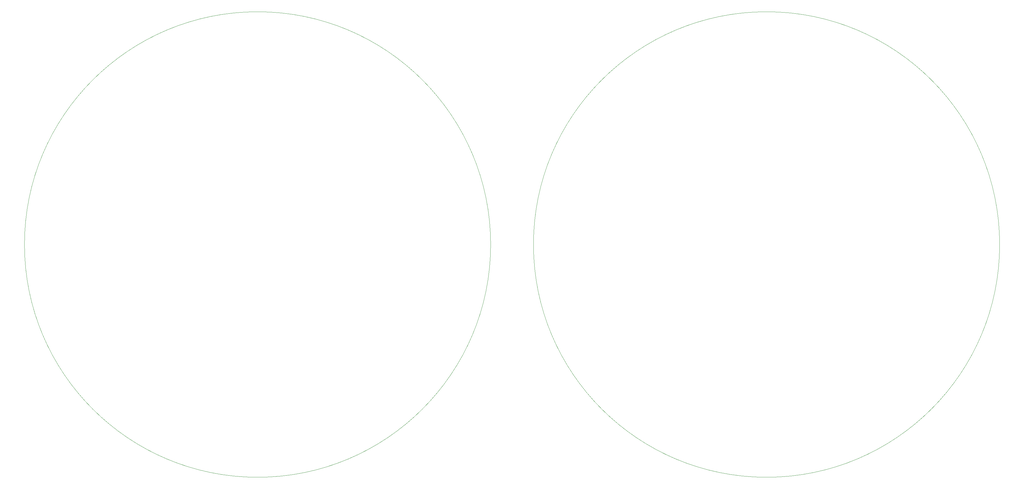
<source format=gbr>
G04 #@! TF.GenerationSoftware,KiCad,Pcbnew,(5.1.5)-3*
G04 #@! TF.CreationDate,2020-04-05T11:07:58-04:00*
G04 #@! TF.ProjectId,OctoPad,4f63746f-5061-4642-9e6b-696361645f70,rev?*
G04 #@! TF.SameCoordinates,Original*
G04 #@! TF.FileFunction,Profile,NP*
%FSLAX46Y46*%
G04 Gerber Fmt 4.6, Leading zero omitted, Abs format (unit mm)*
G04 Created by KiCad (PCBNEW (5.1.5)-3) date 2020-04-05 11:07:58*
%MOMM*%
%LPD*%
G04 APERTURE LIST*
%ADD10C,0.050000*%
G04 APERTURE END LIST*
D10*
X379448989Y-114300000D02*
G75*
G03X379448989Y-114300000I-69074495J0D01*
G01*
X228618245Y-114300000D02*
G75*
G03X228618245Y-114300000I-69074495J0D01*
G01*
M02*

</source>
